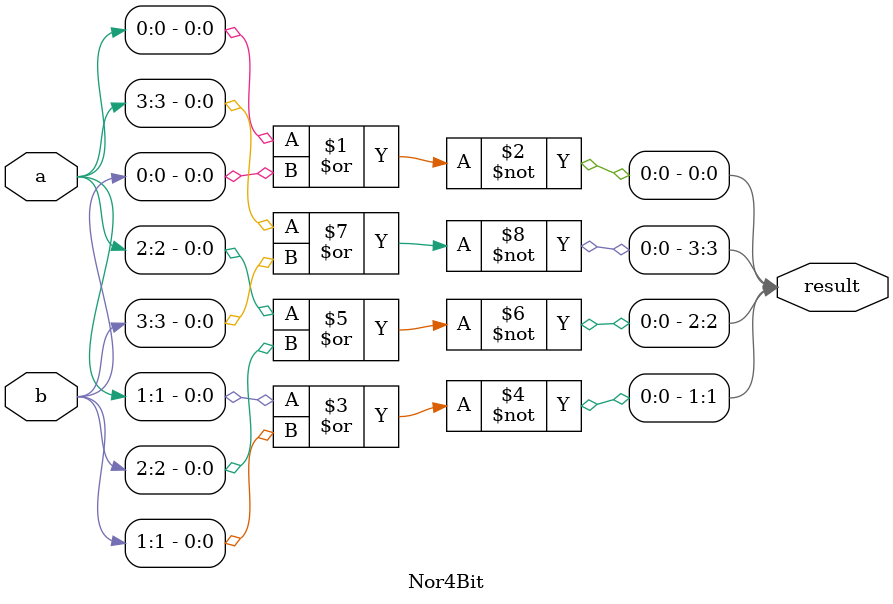
<source format=v>
module Nor4Bit(output[3:0] result,
					input[3:0] a, 
					input[3:0] b);

	nor nor1(result[0], a[0], b[0]);
	nor nor2(result[1], a[1], b[1]);
	nor nor3(result[2], a[2], b[2]);
	nor nor4(result[3], a[3], b[3]);

endmodule 
</source>
